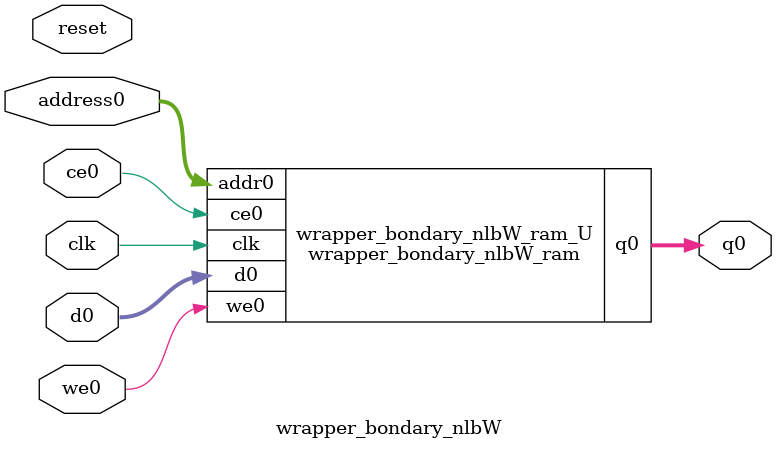
<source format=v>
`timescale 1 ns / 1 ps
module wrapper_bondary_nlbW_ram (addr0, ce0, d0, we0, q0,  clk);

parameter DWIDTH = 32;
parameter AWIDTH = 5;
parameter MEM_SIZE = 32;

input[AWIDTH-1:0] addr0;
input ce0;
input[DWIDTH-1:0] d0;
input we0;
output reg[DWIDTH-1:0] q0;
input clk;

(* ram_style = "block" *)reg [DWIDTH-1:0] ram[0:MEM_SIZE-1];




always @(posedge clk)  
begin 
    if (ce0) begin
        if (we0) 
            ram[addr0] <= d0; 
        q0 <= ram[addr0];
    end
end


endmodule

`timescale 1 ns / 1 ps
module wrapper_bondary_nlbW(
    reset,
    clk,
    address0,
    ce0,
    we0,
    d0,
    q0);

parameter DataWidth = 32'd32;
parameter AddressRange = 32'd32;
parameter AddressWidth = 32'd5;
input reset;
input clk;
input[AddressWidth - 1:0] address0;
input ce0;
input we0;
input[DataWidth - 1:0] d0;
output[DataWidth - 1:0] q0;



wrapper_bondary_nlbW_ram wrapper_bondary_nlbW_ram_U(
    .clk( clk ),
    .addr0( address0 ),
    .ce0( ce0 ),
    .we0( we0 ),
    .d0( d0 ),
    .q0( q0 ));

endmodule


</source>
